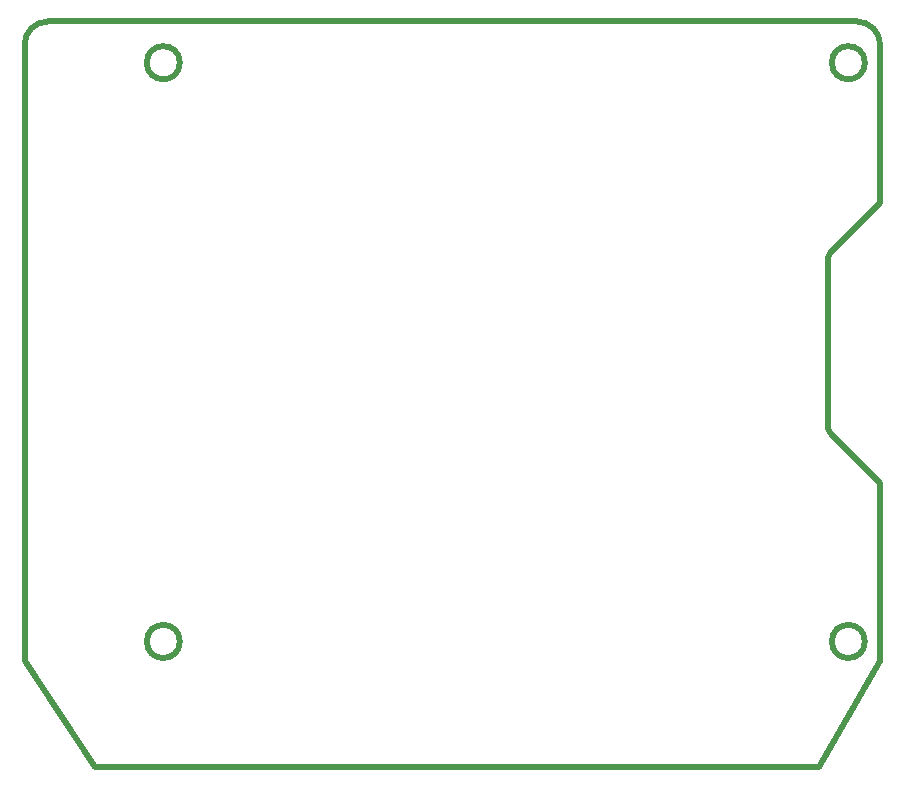
<source format=gbr>
G04 #@! TF.GenerationSoftware,KiCad,Pcbnew,5.1.8*
G04 #@! TF.CreationDate,2021-01-02T16:40:16+01:00*
G04 #@! TF.ProjectId,F008_gpio2parallel,46303038-5f67-4706-996f-32706172616c,rev?*
G04 #@! TF.SameCoordinates,PXa52d280PY2b953a0*
G04 #@! TF.FileFunction,Profile,NP*
%FSLAX46Y46*%
G04 Gerber Fmt 4.6, Leading zero omitted, Abs format (unit mm)*
G04 Created by KiCad (PCBNEW 5.1.8) date 2021-01-02 16:40:16*
%MOMM*%
%LPD*%
G01*
G04 APERTURE LIST*
G04 #@! TA.AperFunction,Profile*
%ADD10C,0.500000*%
G04 #@! TD*
G04 APERTURE END LIST*
D10*
X2450000Y-14400000D02*
X2450000Y-1050000D01*
X-1700000Y-18550000D02*
X2450000Y-14400000D01*
X-1700000Y-34000000D02*
G75*
G02*
X-1992893Y-33292893I707107J707107D01*
G01*
X-1700000Y-18550000D02*
G75*
G03*
X-1992893Y-19257107I707107J-707107D01*
G01*
X2450000Y-38150000D02*
X-1700000Y-34000000D01*
X-1992893Y-33292893D02*
X-1992893Y-19257107D01*
X2450000Y-38150000D02*
X2450000Y-53200000D01*
X-70000000Y-1050000D02*
G75*
G02*
X-68000000Y950000I2000000J0D01*
G01*
X450000Y950000D02*
G75*
G02*
X2450000Y-1050000I0J-2000000D01*
G01*
X-64000000Y-62200000D02*
X-70000000Y-53200000D01*
X-2700000Y-62200000D02*
X2450000Y-53200000D01*
X-56850000Y-51550000D02*
G75*
G03*
X-56850000Y-51550000I-1400000J0D01*
G01*
X1150000Y-51550000D02*
G75*
G03*
X1150000Y-51550000I-1400000J0D01*
G01*
X-56850000Y-2550000D02*
G75*
G03*
X-56850000Y-2550000I-1400000J0D01*
G01*
X1150000Y-2550000D02*
G75*
G03*
X1150000Y-2550000I-1400000J0D01*
G01*
X-64000000Y-62200000D02*
X-2700000Y-62200000D01*
X-70000000Y-1050000D02*
X-70000000Y-53200000D01*
X450000Y950000D02*
X-68000000Y950000D01*
M02*

</source>
